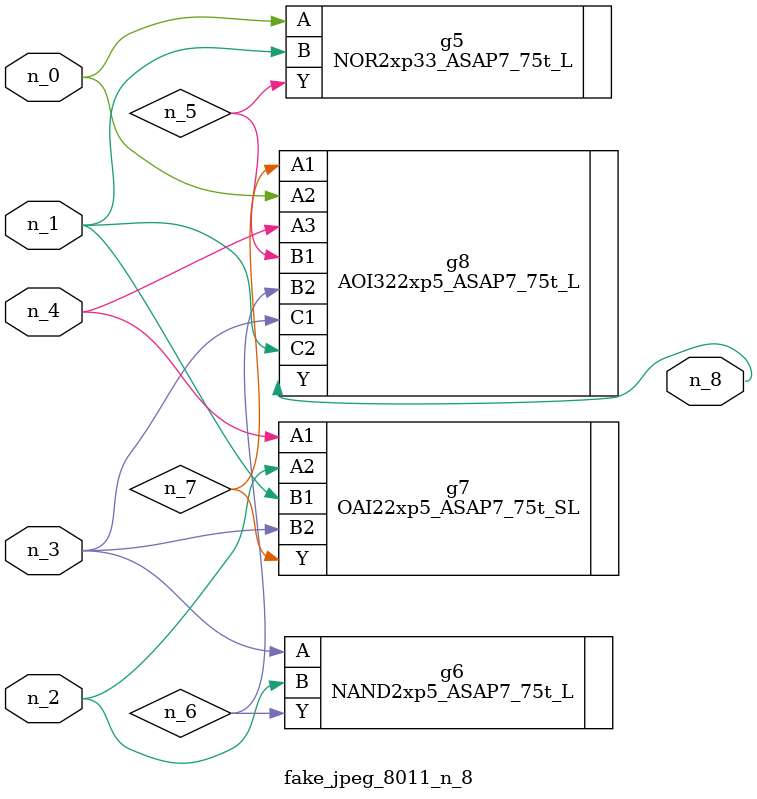
<source format=v>
module fake_jpeg_8011_n_8 (n_3, n_2, n_1, n_0, n_4, n_8);

input n_3;
input n_2;
input n_1;
input n_0;
input n_4;

output n_8;

wire n_6;
wire n_5;
wire n_7;

NOR2xp33_ASAP7_75t_L g5 ( 
.A(n_0),
.B(n_1),
.Y(n_5)
);

NAND2xp5_ASAP7_75t_L g6 ( 
.A(n_3),
.B(n_2),
.Y(n_6)
);

OAI22xp5_ASAP7_75t_SL g7 ( 
.A1(n_4),
.A2(n_2),
.B1(n_1),
.B2(n_3),
.Y(n_7)
);

AOI322xp5_ASAP7_75t_L g8 ( 
.A1(n_7),
.A2(n_0),
.A3(n_4),
.B1(n_5),
.B2(n_6),
.C1(n_3),
.C2(n_1),
.Y(n_8)
);


endmodule
</source>
